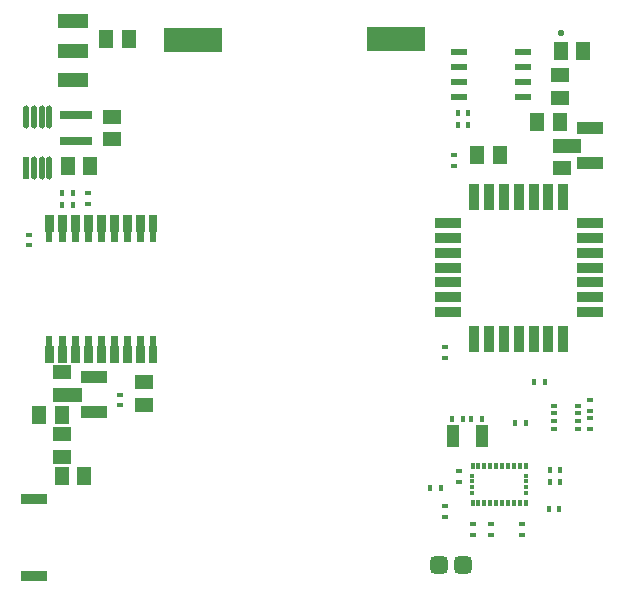
<source format=gbr>
G04*
G04 #@! TF.GenerationSoftware,Altium Limited,Altium Designer,25.8.1 (18)*
G04*
G04 Layer_Color=8421504*
%FSLAX25Y25*%
%MOIN*%
G70*
G04*
G04 #@! TF.SameCoordinates,A86E57CF-C6E6-4710-AEDF-4A901DF70E31*
G04*
G04*
G04 #@! TF.FilePolarity,Positive*
G04*
G01*
G75*
%ADD20R,0.05118X0.06299*%
%ADD21R,0.06299X0.05118*%
%ADD22R,0.01968X0.01378*%
%ADD23R,0.09055X0.03543*%
%ADD24R,0.03543X0.09055*%
%ADD25R,0.19685X0.07874*%
%ADD26R,0.02254X0.01438*%
%ADD27R,0.01438X0.02254*%
%ADD28R,0.08661X0.04134*%
G04:AMPARAMS|DCode=29|XSize=59.06mil|YSize=59.06mil|CornerRadius=14.76mil|HoleSize=0mil|Usage=FLASHONLY|Rotation=270.000|XOffset=0mil|YOffset=0mil|HoleType=Round|Shape=RoundedRectangle|*
%AMROUNDEDRECTD29*
21,1,0.05906,0.02953,0,0,270.0*
21,1,0.02953,0.05906,0,0,270.0*
1,1,0.02953,-0.01476,-0.01476*
1,1,0.02953,-0.01476,0.01476*
1,1,0.02953,0.01476,0.01476*
1,1,0.02953,0.01476,-0.01476*
%
%ADD29ROUNDEDRECTD29*%
%ADD30R,0.05750X0.02200*%
G04:AMPARAMS|DCode=31|XSize=76.94mil|YSize=20.31mil|CornerRadius=10.15mil|HoleSize=0mil|Usage=FLASHONLY|Rotation=90.000|XOffset=0mil|YOffset=0mil|HoleType=Round|Shape=RoundedRectangle|*
%AMROUNDEDRECTD31*
21,1,0.07694,0.00000,0,0,90.0*
21,1,0.05664,0.02031,0,0,90.0*
1,1,0.02031,0.00000,0.02832*
1,1,0.02031,0.00000,-0.02832*
1,1,0.02031,0.00000,-0.02832*
1,1,0.02031,0.00000,0.02832*
%
%ADD31ROUNDEDRECTD31*%
%ADD32R,0.01575X0.01900*%
%ADD33R,0.01500X0.01575*%
%ADD34R,0.10630X0.03150*%
%ADD35R,0.09843X0.04724*%
%ADD36R,0.02031X0.07694*%
G04:AMPARAMS|DCode=37|XSize=19.68mil|YSize=19.68mil|CornerRadius=4.92mil|HoleSize=0mil|Usage=FLASHONLY|Rotation=0.000|XOffset=0mil|YOffset=0mil|HoleType=Round|Shape=RoundedRectangle|*
%AMROUNDEDRECTD37*
21,1,0.01968,0.00984,0,0,0.0*
21,1,0.00984,0.01968,0,0,0.0*
1,1,0.00984,0.00492,-0.00492*
1,1,0.00984,-0.00492,-0.00492*
1,1,0.00984,-0.00492,0.00492*
1,1,0.00984,0.00492,0.00492*
%
%ADD37ROUNDEDRECTD37*%
%ADD38R,0.08503X0.03791*%
%ADD39R,0.04134X0.03937*%
%ADD40R,0.04300X0.07500*%
%ADD41R,0.03937X0.05118*%
%ADD42R,0.01968X0.03937*%
%ADD43R,0.19685X0.07874*%
G36*
X12132Y75187D02*
X9376D01*
Y80699D01*
X9770D01*
Y84242D01*
X11738D01*
Y80699D01*
X12132D01*
Y75187D01*
D02*
G37*
G36*
X16659D02*
X13510D01*
Y80699D01*
X13904D01*
Y84242D01*
X16266D01*
Y80699D01*
X16659D01*
Y75187D01*
D02*
G37*
G36*
X20990D02*
X17841D01*
Y80699D01*
X18234D01*
Y84242D01*
X20596D01*
Y80699D01*
X20990D01*
Y75187D01*
D02*
G37*
G36*
X25321D02*
X22171D01*
Y80699D01*
X22565D01*
Y84242D01*
X24927D01*
Y80699D01*
X25321D01*
Y75187D01*
D02*
G37*
G36*
X29652D02*
X26502D01*
Y80699D01*
X26896D01*
Y84242D01*
X29258D01*
Y80699D01*
X29652D01*
Y75187D01*
D02*
G37*
G36*
X33982D02*
X30833D01*
Y80699D01*
X31226D01*
Y84242D01*
X33589D01*
Y80699D01*
X33982D01*
Y75187D01*
D02*
G37*
G36*
X38313D02*
X35164D01*
Y80699D01*
X35557D01*
Y84242D01*
X37919D01*
Y80699D01*
X38313D01*
Y75187D01*
D02*
G37*
G36*
X42644D02*
X39494D01*
Y80699D01*
X39888D01*
Y84242D01*
X42250D01*
Y80699D01*
X42644D01*
Y75187D01*
D02*
G37*
G36*
X46778D02*
X44022D01*
Y80699D01*
X44415D01*
Y84242D01*
X46384D01*
Y80699D01*
X46778D01*
Y75187D01*
D02*
G37*
G36*
X9376Y124400D02*
X12132D01*
Y118888D01*
X11738D01*
Y115345D01*
X9770D01*
Y118888D01*
X9376D01*
Y124400D01*
D02*
G37*
G36*
X13510D02*
X16659D01*
Y118888D01*
X16266D01*
Y115345D01*
X13904D01*
Y118888D01*
X13510D01*
Y124400D01*
D02*
G37*
G36*
X17841D02*
X20990D01*
Y118888D01*
X20596D01*
Y115345D01*
X18234D01*
Y118888D01*
X17841D01*
Y124400D01*
D02*
G37*
G36*
X22171D02*
X25321D01*
Y118888D01*
X24927D01*
Y115345D01*
X22565D01*
Y118888D01*
X22171D01*
Y124400D01*
D02*
G37*
G36*
X26502D02*
X29652D01*
Y118888D01*
X29258D01*
Y115345D01*
X26896D01*
Y118888D01*
X26502D01*
Y124400D01*
D02*
G37*
G36*
X30833D02*
X33982D01*
Y118888D01*
X33589D01*
Y115345D01*
X31226D01*
Y118888D01*
X30833D01*
Y124400D01*
D02*
G37*
G36*
X35164D02*
X38313D01*
Y118888D01*
X37919D01*
Y115345D01*
X35557D01*
Y118888D01*
X35164D01*
Y124400D01*
D02*
G37*
G36*
X44022D02*
X46778D01*
Y118888D01*
X46384D01*
Y115345D01*
X44415D01*
Y118888D01*
X44022D01*
Y124400D01*
D02*
G37*
G36*
X39494D02*
X42644D01*
Y118888D01*
X42250D01*
Y115345D01*
X39888D01*
Y118888D01*
X39494D01*
Y124400D01*
D02*
G37*
D20*
X29725Y183071D02*
D03*
X37205D02*
D03*
X22307Y37354D02*
D03*
X14827D02*
D03*
X7427Y57954D02*
D03*
X14907D02*
D03*
X173425Y155512D02*
D03*
X180905D02*
D03*
X188779Y179134D02*
D03*
X181299D02*
D03*
X160827Y144488D02*
D03*
X16929Y140748D02*
D03*
X24409D02*
D03*
X153347Y144488D02*
D03*
D21*
X181496Y147539D02*
D03*
Y140059D02*
D03*
X15085Y64558D02*
D03*
Y72038D02*
D03*
X181102Y171063D02*
D03*
Y163583D02*
D03*
X14967Y43913D02*
D03*
Y51394D02*
D03*
X42323Y68701D02*
D03*
X31496Y149803D02*
D03*
Y157283D02*
D03*
X42323Y61221D02*
D03*
D22*
X187106Y55807D02*
D03*
X179035Y53248D02*
D03*
Y60925D02*
D03*
Y58366D02*
D03*
X187106Y60925D02*
D03*
Y58366D02*
D03*
Y53248D02*
D03*
X179035Y55807D02*
D03*
D23*
X143602Y121654D02*
D03*
X190846D02*
D03*
Y116733D02*
D03*
Y111811D02*
D03*
Y101969D02*
D03*
Y92126D02*
D03*
Y106890D02*
D03*
X143602Y101969D02*
D03*
X190846Y97047D02*
D03*
X143602Y106890D02*
D03*
Y111811D02*
D03*
Y97047D02*
D03*
Y92126D02*
D03*
Y116733D02*
D03*
D24*
X177067Y130512D02*
D03*
X157381Y83268D02*
D03*
X152460Y130512D02*
D03*
X172145Y83268D02*
D03*
X181988Y130512D02*
D03*
X177067Y83268D02*
D03*
X152460D02*
D03*
X181988D02*
D03*
X167224D02*
D03*
X172145Y130512D02*
D03*
X162303Y83268D02*
D03*
X157381Y130512D02*
D03*
X162303D02*
D03*
X167224D02*
D03*
D25*
X58650Y182852D02*
D03*
D26*
X147244Y39189D02*
D03*
X157874Y17898D02*
D03*
X151969D02*
D03*
X142717Y23803D02*
D03*
Y76953D02*
D03*
X190945Y62811D02*
D03*
Y56724D02*
D03*
X34449Y64598D02*
D03*
X145669Y140929D02*
D03*
Y144504D02*
D03*
X190945Y53150D02*
D03*
Y59236D02*
D03*
X142717Y80528D02*
D03*
Y27378D02*
D03*
X3937Y114354D02*
D03*
X147244Y35614D02*
D03*
X168307Y17898D02*
D03*
X23622Y131709D02*
D03*
X168307Y21472D02*
D03*
X34449Y61024D02*
D03*
X151969Y21472D02*
D03*
X3937Y117929D02*
D03*
X23622Y128134D02*
D03*
X157874Y21472D02*
D03*
D27*
X180740Y26575D02*
D03*
X15126Y131890D02*
D03*
Y127953D02*
D03*
X148638Y56299D02*
D03*
X151362D02*
D03*
X150409Y158465D02*
D03*
X146835Y154528D02*
D03*
X150409D02*
D03*
X146835Y158465D02*
D03*
X154937Y56299D02*
D03*
X145063D02*
D03*
X18701Y127953D02*
D03*
Y131890D02*
D03*
X177528Y35418D02*
D03*
X181102D02*
D03*
X137583Y33465D02*
D03*
X141157D02*
D03*
X172228Y68898D02*
D03*
X169504Y55118D02*
D03*
X175803Y68898D02*
D03*
X165929Y55118D02*
D03*
X181102Y39370D02*
D03*
X177165Y26575D02*
D03*
X177528Y39370D02*
D03*
D28*
X190945Y141831D02*
D03*
Y153445D02*
D03*
X25537Y58824D02*
D03*
Y70438D02*
D03*
D29*
X148622Y7874D02*
D03*
X140748D02*
D03*
D30*
X168599Y178661D02*
D03*
Y168661D02*
D03*
Y173661D02*
D03*
Y163661D02*
D03*
X147149Y168661D02*
D03*
Y163661D02*
D03*
Y178661D02*
D03*
Y173661D02*
D03*
D31*
X8169Y157088D02*
D03*
X5610Y140156D02*
D03*
X8169D02*
D03*
X10728D02*
D03*
Y157088D02*
D03*
X5610D02*
D03*
X3051D02*
D03*
D32*
X159700Y40817D02*
D03*
Y28517D02*
D03*
X151826D02*
D03*
X153794D02*
D03*
X155763D02*
D03*
X157731D02*
D03*
X161669D02*
D03*
X163637D02*
D03*
X165605D02*
D03*
X167574D02*
D03*
X169543D02*
D03*
Y40817D02*
D03*
X167574D02*
D03*
X165605D02*
D03*
X163637D02*
D03*
X161669D02*
D03*
X157731D02*
D03*
X155763D02*
D03*
X153794D02*
D03*
X151826D02*
D03*
D33*
X151584Y37619D02*
D03*
Y35651D02*
D03*
Y33682D02*
D03*
Y31714D02*
D03*
X169784D02*
D03*
Y33682D02*
D03*
Y35651D02*
D03*
Y37619D02*
D03*
D34*
X19685Y157874D02*
D03*
Y149212D02*
D03*
D35*
X18701Y169291D02*
D03*
Y179134D02*
D03*
Y188976D02*
D03*
D36*
X3051Y140156D02*
D03*
D37*
X181197Y185039D02*
D03*
D38*
X5705Y29774D02*
D03*
Y4084D02*
D03*
D39*
X19533Y64631D02*
D03*
X184941Y147638D02*
D03*
D40*
X145200Y50787D02*
D03*
X154800D02*
D03*
D41*
X19467Y64553D02*
D03*
X185800Y147559D02*
D03*
D42*
X14937Y64613D02*
D03*
D43*
X126390Y183289D02*
D03*
M02*

</source>
